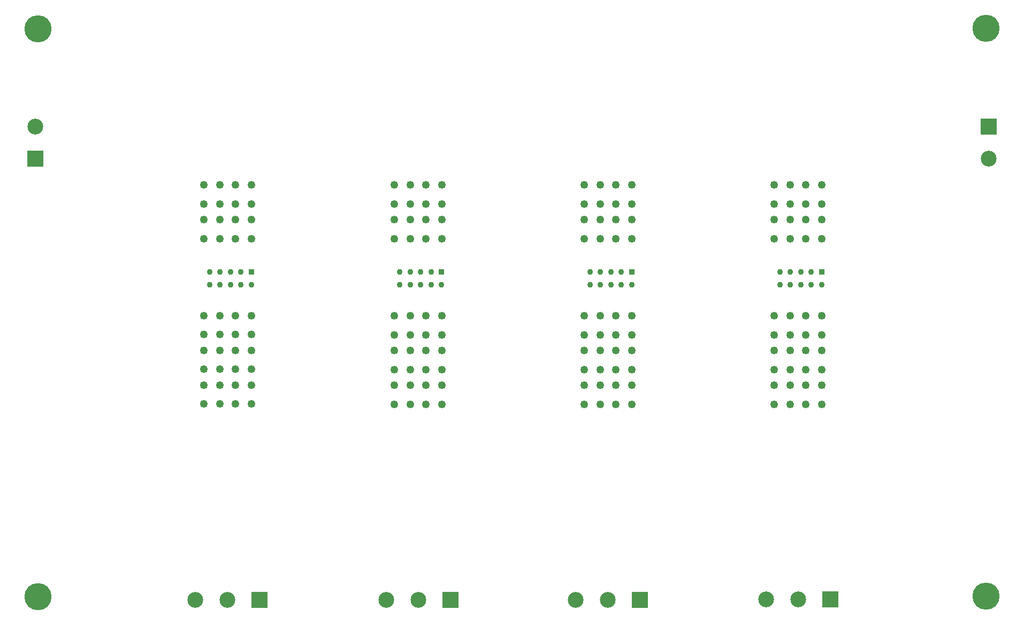
<source format=gbr>
%TF.GenerationSoftware,KiCad,Pcbnew,(6.0.1-0)*%
%TF.CreationDate,2023-01-20T10:28:08-08:00*%
%TF.ProjectId,ESC Mother,45534320-4d6f-4746-9865-722e6b696361,rev?*%
%TF.SameCoordinates,Original*%
%TF.FileFunction,Soldermask,Bot*%
%TF.FilePolarity,Negative*%
%FSLAX46Y46*%
G04 Gerber Fmt 4.6, Leading zero omitted, Abs format (unit mm)*
G04 Created by KiCad (PCBNEW (6.0.1-0)) date 2023-01-20 10:28:08*
%MOMM*%
%LPD*%
G01*
G04 APERTURE LIST*
%ADD10R,2.500000X2.500000*%
%ADD11C,2.500000*%
%ADD12C,4.300000*%
%ADD13R,0.930000X0.930000*%
%ADD14C,0.930000*%
%ADD15C,1.250000*%
G04 APERTURE END LIST*
D10*
%TO.C,+*%
X184850000Y-48600000D03*
D11*
X184850000Y-53680000D03*
%TD*%
D12*
%TO.C,H4*%
X184430000Y-33020000D03*
%TD*%
%TO.C,H2*%
X34430000Y-33070000D03*
%TD*%
D10*
%TO.C,T3*%
X99675000Y-123590000D03*
D11*
X94595000Y-123590000D03*
X89515000Y-123590000D03*
%TD*%
D10*
%TO.C,T4*%
X69510000Y-123610000D03*
D11*
X64430000Y-123610000D03*
X59350000Y-123610000D03*
%TD*%
D10*
%TO.C,T1*%
X159810000Y-123540000D03*
D11*
X154730000Y-123540000D03*
X149650000Y-123540000D03*
%TD*%
D13*
%TO.C,J4*%
X68190000Y-71630000D03*
D14*
X68190000Y-73630000D03*
X66540000Y-71630000D03*
X66540000Y-73630000D03*
X64890000Y-71630000D03*
X64890000Y-73630000D03*
X63240000Y-71630000D03*
X63240000Y-73630000D03*
X61590000Y-71630000D03*
X61590000Y-73630000D03*
D15*
X68210000Y-57840000D03*
X65710000Y-57840000D03*
X63210000Y-57840000D03*
X60710000Y-57840000D03*
X68210000Y-60840000D03*
X65710000Y-60840000D03*
X63210000Y-60840000D03*
X60710000Y-60840000D03*
X68210000Y-63340000D03*
X65710000Y-63340000D03*
X63210000Y-63340000D03*
X60710000Y-63340000D03*
X68210000Y-66340000D03*
X65710000Y-66340000D03*
X63210000Y-66340000D03*
X60710000Y-66340000D03*
X68210000Y-78560000D03*
X65710000Y-78560000D03*
X63210000Y-78560000D03*
X60710000Y-78560000D03*
X68210000Y-81560000D03*
X65710000Y-81560000D03*
X63210000Y-81560000D03*
X60710000Y-81560000D03*
X68210000Y-84060000D03*
X65710000Y-84060000D03*
X63210000Y-84060000D03*
X60710000Y-84060000D03*
X68210000Y-87060000D03*
X65710000Y-87060000D03*
X63210000Y-87060000D03*
X60710000Y-87060000D03*
X68210000Y-89560000D03*
X65710000Y-89560000D03*
X63210000Y-89560000D03*
X60710000Y-89560000D03*
X68210000Y-92560000D03*
X65710000Y-92560000D03*
X63210000Y-92560000D03*
X60710000Y-92560000D03*
%TD*%
D12*
%TO.C,H3*%
X34460000Y-123080000D03*
%TD*%
D13*
%TO.C,J2*%
X128380000Y-71650000D03*
D14*
X128380000Y-73650000D03*
X126730000Y-71650000D03*
X126730000Y-73650000D03*
X125080000Y-71650000D03*
X125080000Y-73650000D03*
X123430000Y-71650000D03*
X123430000Y-73650000D03*
X121780000Y-71650000D03*
X121780000Y-73650000D03*
D15*
X128400000Y-57860000D03*
X125900000Y-57860000D03*
X123400000Y-57860000D03*
X120900000Y-57860000D03*
X128400000Y-60860000D03*
X125900000Y-60860000D03*
X123400000Y-60860000D03*
X120900000Y-60860000D03*
X128400000Y-63360000D03*
X125900000Y-63360000D03*
X123400000Y-63360000D03*
X120900000Y-63360000D03*
X128400000Y-66360000D03*
X125900000Y-66360000D03*
X123400000Y-66360000D03*
X120900000Y-66360000D03*
X128400000Y-78580000D03*
X125900000Y-78580000D03*
X123400000Y-78580000D03*
X120900000Y-78580000D03*
X128400000Y-81580000D03*
X125900000Y-81580000D03*
X123400000Y-81580000D03*
X120900000Y-81580000D03*
X128400000Y-84080000D03*
X125900000Y-84080000D03*
X123400000Y-84080000D03*
X120900000Y-84080000D03*
X128400000Y-87080000D03*
X125900000Y-87080000D03*
X123400000Y-87080000D03*
X120900000Y-87080000D03*
X128400000Y-89580000D03*
X125900000Y-89580000D03*
X123400000Y-89580000D03*
X120900000Y-89580000D03*
X128400000Y-92580000D03*
X125900000Y-92580000D03*
X123400000Y-92580000D03*
X120900000Y-92580000D03*
%TD*%
D13*
%TO.C,J3*%
X98300000Y-71650000D03*
D14*
X98300000Y-73650000D03*
X96650000Y-71650000D03*
X96650000Y-73650000D03*
X95000000Y-71650000D03*
X95000000Y-73650000D03*
X93350000Y-71650000D03*
X93350000Y-73650000D03*
X91700000Y-71650000D03*
X91700000Y-73650000D03*
D15*
X98320000Y-57860000D03*
X95820000Y-57860000D03*
X93320000Y-57860000D03*
X90820000Y-57860000D03*
X98320000Y-60860000D03*
X95820000Y-60860000D03*
X93320000Y-60860000D03*
X90820000Y-60860000D03*
X98320000Y-63360000D03*
X95820000Y-63360000D03*
X93320000Y-63360000D03*
X90820000Y-63360000D03*
X98320000Y-66360000D03*
X95820000Y-66360000D03*
X93320000Y-66360000D03*
X90820000Y-66360000D03*
X98320000Y-78580000D03*
X95820000Y-78580000D03*
X93320000Y-78580000D03*
X90820000Y-78580000D03*
X98320000Y-81580000D03*
X95820000Y-81580000D03*
X93320000Y-81580000D03*
X90820000Y-81580000D03*
X98320000Y-84080000D03*
X95820000Y-84080000D03*
X93320000Y-84080000D03*
X90820000Y-84080000D03*
X98320000Y-87080000D03*
X95820000Y-87080000D03*
X93320000Y-87080000D03*
X90820000Y-87080000D03*
X98320000Y-89580000D03*
X95820000Y-89580000D03*
X93320000Y-89580000D03*
X90820000Y-89580000D03*
X98320000Y-92580000D03*
X95820000Y-92580000D03*
X93320000Y-92580000D03*
X90820000Y-92580000D03*
%TD*%
D12*
%TO.C,H1*%
X184450000Y-123030000D03*
%TD*%
D10*
%TO.C,T2*%
X129725000Y-123570000D03*
D11*
X124645000Y-123570000D03*
X119565000Y-123570000D03*
%TD*%
D13*
%TO.C,J1*%
X158450000Y-71650000D03*
D14*
X158450000Y-73650000D03*
X156800000Y-71650000D03*
X156800000Y-73650000D03*
X155150000Y-71650000D03*
X155150000Y-73650000D03*
X153500000Y-71650000D03*
X153500000Y-73650000D03*
X151850000Y-71650000D03*
X151850000Y-73650000D03*
D15*
X158470000Y-57860000D03*
X155970000Y-57860000D03*
X153470000Y-57860000D03*
X150970000Y-57860000D03*
X158470000Y-60860000D03*
X155970000Y-60860000D03*
X153470000Y-60860000D03*
X150970000Y-60860000D03*
X158470000Y-63360000D03*
X155970000Y-63360000D03*
X153470000Y-63360000D03*
X150970000Y-63360000D03*
X158470000Y-66360000D03*
X155970000Y-66360000D03*
X153470000Y-66360000D03*
X150970000Y-66360000D03*
X158470000Y-78580000D03*
X155970000Y-78580000D03*
X153470000Y-78580000D03*
X150970000Y-78580000D03*
X158470000Y-81580000D03*
X155970000Y-81580000D03*
X153470000Y-81580000D03*
X150970000Y-81580000D03*
X158470000Y-84080000D03*
X155970000Y-84080000D03*
X153470000Y-84080000D03*
X150970000Y-84080000D03*
X158470000Y-87080000D03*
X155970000Y-87080000D03*
X153470000Y-87080000D03*
X150970000Y-87080000D03*
X158470000Y-89580000D03*
X155970000Y-89580000D03*
X153470000Y-89580000D03*
X150970000Y-89580000D03*
X158470000Y-92580000D03*
X155970000Y-92580000D03*
X153470000Y-92580000D03*
X150970000Y-92580000D03*
%TD*%
D10*
%TO.C,-*%
X34025000Y-53695000D03*
D11*
X34025000Y-48615000D03*
%TD*%
M02*

</source>
